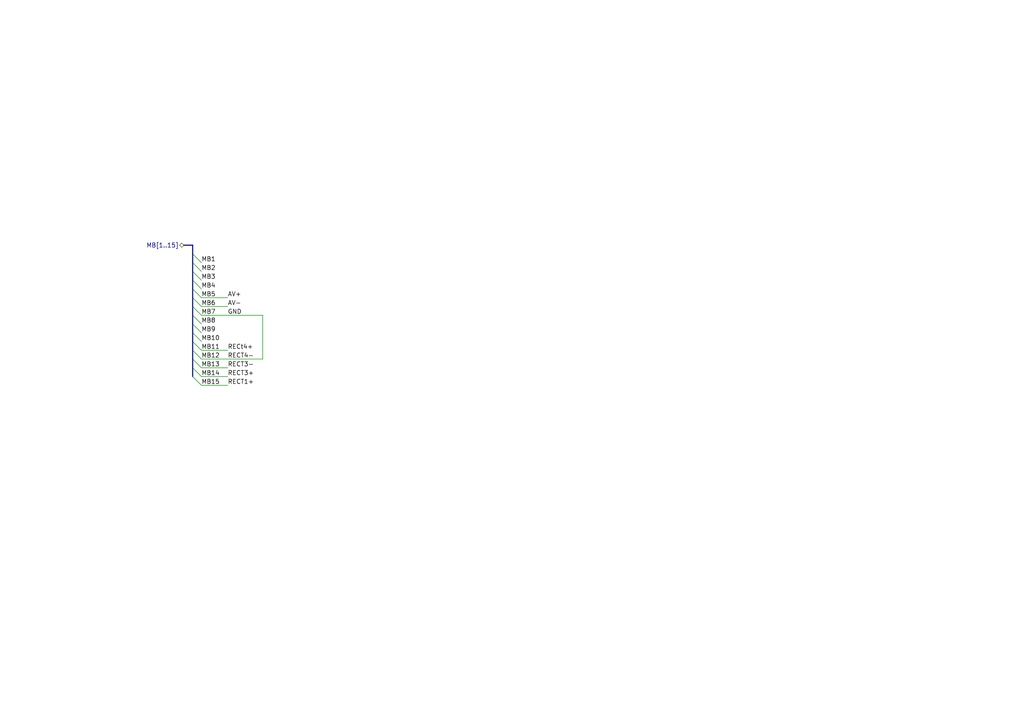
<source format=kicad_sch>
(kicad_sch (version 20211123) (generator eeschema)
  (paper "A4")
  (lib_symbols)
  (bus_entry (at 55.88 73.66) (size 2.54 2.54))
  (bus_entry (at 55.88 76.2) (size 2.54 2.54))
  (bus_entry (at 55.88 78.74) (size 2.54 2.54))
  (bus_entry (at 55.88 88.9) (size 2.54 2.54))
  (bus_entry (at 55.88 91.44) (size 2.54 2.54))
  (bus_entry (at 55.88 93.98) (size 2.54 2.54))
  (bus_entry (at 55.88 96.52) (size 2.54 2.54))
  (bus_entry (at 55.88 99.06) (size 2.54 2.54))
  (bus_entry (at 55.88 101.6) (size 2.54 2.54))
  (bus_entry (at 55.88 104.14) (size 2.54 2.54))
  (bus_entry (at 55.88 106.68) (size 2.54 2.54))
  (bus_entry (at 55.88 109.22) (size 2.54 2.54))
  (bus_entry (at 55.88 81.28) (size 2.54 2.54))
  (bus_entry (at 55.88 83.82) (size 2.54 2.54))
  (bus_entry (at 55.88 86.36) (size 2.54 2.54))
  (bus (pts (xy 55.88 81.28) (xy 55.88 83.82)))
  (wire (pts (xy 58.42 101.6) (xy 66.04 101.6)))
  (bus (pts (xy 55.88 99.06) (xy 55.88 101.6)))
  (bus (pts (xy 55.88 83.82) (xy 55.88 86.36)))
  (bus (pts (xy 55.88 86.36) (xy 55.88 88.9)))
  (wire (pts (xy 58.42 104.14) (xy 76.2 104.14)))
  (wire (pts (xy 58.42 86.36) (xy 66.04 86.36)))
  (wire (pts (xy 58.42 106.68) (xy 66.04 106.68)))
  (bus (pts (xy 53.34 71.12) (xy 55.88 71.12)))
  (bus (pts (xy 55.88 76.2) (xy 55.88 78.74)))
  (bus (pts (xy 55.88 73.66) (xy 55.88 76.2)))
  (wire (pts (xy 76.2 104.14) (xy 76.2 91.44)))
  (bus (pts (xy 55.88 101.6) (xy 55.88 104.14)))
  (bus (pts (xy 55.88 78.74) (xy 55.88 81.28)))
  (bus (pts (xy 55.88 71.12) (xy 55.88 73.66)))
  (bus (pts (xy 55.88 91.44) (xy 55.88 93.98)))
  (wire (pts (xy 58.42 88.9) (xy 66.04 88.9)))
  (bus (pts (xy 55.88 104.14) (xy 55.88 106.68)))
  (wire (pts (xy 58.42 91.44) (xy 76.2 91.44)))
  (wire (pts (xy 58.42 109.22) (xy 66.04 109.22)))
  (bus (pts (xy 55.88 93.98) (xy 55.88 96.52)))
  (bus (pts (xy 55.88 88.9) (xy 55.88 91.44)))
  (bus (pts (xy 55.88 96.52) (xy 55.88 99.06)))
  (wire (pts (xy 58.42 111.76) (xy 66.04 111.76)))
  (bus (pts (xy 55.88 106.68) (xy 55.88 109.22)))
  (label "GND" (at 66.04 91.44 0))
  (label "RECT3+" (at 66.04 109.22 0))
  (label "MB1" (at 58.42 76.2 0))
  (label "RECT3-" (at 66.04 106.68 0))
  (label "RECt4+" (at 66.04 101.6 0))
  (label "MB2" (at 58.42 78.74 0))
  (label "MB4" (at 58.42 83.82 0))
  (label "AV-" (at 66.04 88.9 0))
  (label "MB14" (at 58.42 109.22 0))
  (label "MB12" (at 58.42 104.14 0))
  (label "MB11" (at 58.42 101.6 0))
  (label "MB9" (at 58.42 96.52 0))
  (label "AV+" (at 66.04 86.36 0))
  (label "MB10" (at 58.42 99.06 0))
  (label "MB7" (at 58.42 91.44 0))
  (label "MB5" (at 58.42 86.36 0))
  (label "MB3" (at 58.42 81.28 0))
  (label "RECT4-" (at 66.04 104.14 0))
  (label "RECT1+" (at 66.04 111.76 0))
  (label "MB15" (at 58.42 111.76 0))
  (label "MB13" (at 58.42 106.68 0))
  (label "MB6" (at 58.42 88.9 0))
  (label "MB8" (at 58.42 93.98 0))
  (hierarchical_label "MB[1..15]" (shape bidirectional) (at 53.34 71.12 180))
)
</source>
